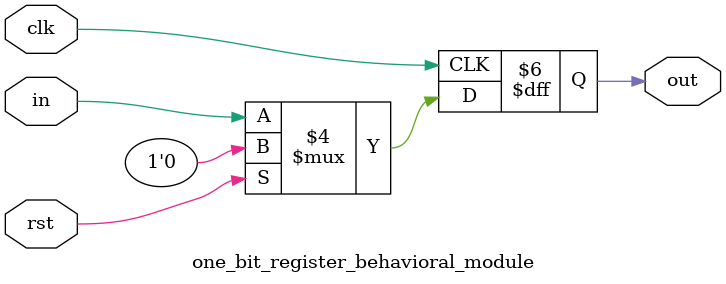
<source format=v>

module one_bit_register_behavioral_module(in, clk, rst, out);

	input in;
	input clk; //clock
	input rst; //reset
	
	output out;
	reg out;	
	
	always@(posedge clk)
	begin
		if(rst == 1'b1)
			out <= 1'b0; 
		else
		begin
			out <= in;
		end
	end



endmodule
</source>
